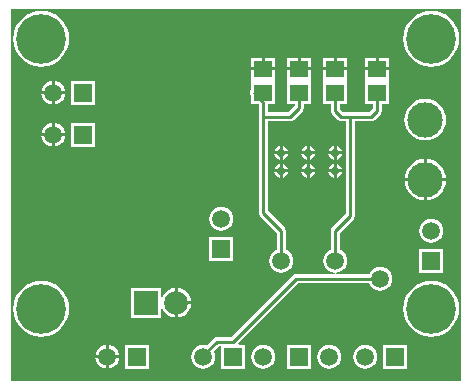
<source format=gbl>
%FSLAX44Y44*%
%MOMM*%
G71*
G01*
G75*
G04 Layer_Physical_Order=2*
G04 Layer_Color=16711680*
%ADD10R,1.5000X1.4000*%
%ADD11O,0.3500X2.0000*%
%ADD12R,1.4000X1.5000*%
%ADD13O,2.5000X0.7000*%
%ADD14C,0.2540*%
%ADD15C,0.3810*%
%ADD16C,0.5080*%
%ADD17R,1.5000X1.5000*%
%ADD18C,1.5000*%
%ADD19R,1.5000X1.5000*%
%ADD20C,3.0000*%
%ADD21R,2.0000X2.0000*%
%ADD22C,2.0000*%
%ADD23C,4.2000*%
%ADD24C,0.7000*%
G36*
X889000Y929640D02*
X508000D01*
Y1244600D01*
X889000D01*
Y929640D01*
D02*
G37*
%LPC*%
G36*
X859790Y1117320D02*
Y1101090D01*
X876020D01*
X875806Y1103258D01*
X874803Y1106565D01*
X873175Y1109612D01*
X870983Y1112283D01*
X868312Y1114474D01*
X865265Y1116103D01*
X861958Y1117106D01*
X859790Y1117320D01*
D02*
G37*
G36*
X857250D02*
X855082Y1117106D01*
X851775Y1116103D01*
X848728Y1114474D01*
X846057Y1112283D01*
X843866Y1109612D01*
X842237Y1106565D01*
X841234Y1103258D01*
X841020Y1101090D01*
X857250D01*
Y1117320D01*
D02*
G37*
G36*
X742506Y1106170D02*
X737870D01*
Y1101534D01*
X738957Y1101750D01*
X740955Y1103085D01*
X742290Y1105083D01*
X742506Y1106170D01*
D02*
G37*
G36*
X735330D02*
X730694D01*
X730910Y1105083D01*
X732245Y1103085D01*
X734243Y1101750D01*
X735330Y1101534D01*
Y1106170D01*
D02*
G37*
G36*
X685800Y1076927D02*
X683179Y1076582D01*
X680737Y1075570D01*
X678639Y1073961D01*
X677030Y1071863D01*
X676018Y1069421D01*
X675673Y1066800D01*
X676018Y1064179D01*
X677030Y1061737D01*
X678639Y1059639D01*
X680737Y1058030D01*
X683179Y1057018D01*
X685800Y1056673D01*
X688421Y1057018D01*
X690863Y1058030D01*
X692961Y1059639D01*
X694570Y1061737D01*
X695582Y1064179D01*
X695927Y1066800D01*
X695582Y1069421D01*
X694570Y1071863D01*
X692961Y1073961D01*
X690863Y1075570D01*
X688421Y1076582D01*
X685800Y1076927D01*
D02*
G37*
G36*
X863600Y1066767D02*
X860979Y1066422D01*
X858537Y1065410D01*
X856439Y1063801D01*
X854830Y1061703D01*
X853818Y1059261D01*
X853473Y1056640D01*
X853818Y1054019D01*
X854830Y1051577D01*
X856439Y1049479D01*
X858537Y1047870D01*
X860979Y1046858D01*
X863600Y1046513D01*
X866221Y1046858D01*
X868663Y1047870D01*
X870761Y1049479D01*
X872370Y1051577D01*
X873382Y1054019D01*
X873727Y1056640D01*
X873382Y1059261D01*
X872370Y1061703D01*
X870761Y1063801D01*
X868663Y1065410D01*
X866221Y1066422D01*
X863600Y1066767D01*
D02*
G37*
G36*
X876020Y1098550D02*
X859790D01*
Y1082320D01*
X861958Y1082534D01*
X865265Y1083537D01*
X868312Y1085165D01*
X870983Y1087357D01*
X873175Y1090028D01*
X874803Y1093075D01*
X875806Y1096382D01*
X876020Y1098550D01*
D02*
G37*
G36*
X857250D02*
X841020D01*
X841234Y1096382D01*
X842237Y1093075D01*
X843866Y1090028D01*
X846057Y1087357D01*
X848728Y1085165D01*
X851775Y1083537D01*
X855082Y1082534D01*
X857250Y1082320D01*
Y1098550D01*
D02*
G37*
G36*
X758190Y1106170D02*
X753554D01*
X753771Y1105083D01*
X755105Y1103085D01*
X757103Y1101750D01*
X758190Y1101534D01*
Y1106170D01*
D02*
G37*
G36*
Y1113346D02*
X757103Y1113130D01*
X755105Y1111795D01*
X753771Y1109797D01*
X753554Y1108710D01*
X758190D01*
Y1113346D01*
D02*
G37*
G36*
X737870D02*
Y1108710D01*
X742506D01*
X742290Y1109797D01*
X740955Y1111795D01*
X738957Y1113130D01*
X737870Y1113346D01*
D02*
G37*
G36*
X781050D02*
X779963Y1113130D01*
X777965Y1111795D01*
X776630Y1109797D01*
X776414Y1108710D01*
X781050D01*
Y1113346D01*
D02*
G37*
G36*
X760730D02*
Y1108710D01*
X765366D01*
X765150Y1109797D01*
X763815Y1111795D01*
X761817Y1113130D01*
X760730Y1113346D01*
D02*
G37*
G36*
X781050Y1106170D02*
X776414D01*
X776630Y1105083D01*
X777965Y1103085D01*
X779963Y1101750D01*
X781050Y1101534D01*
Y1106170D01*
D02*
G37*
G36*
X765366D02*
X760730D01*
Y1101534D01*
X761817Y1101750D01*
X763815Y1103085D01*
X765150Y1105083D01*
X765366Y1106170D01*
D02*
G37*
G36*
X735330Y1113346D02*
X734243Y1113130D01*
X732245Y1111795D01*
X730910Y1109797D01*
X730694Y1108710D01*
X735330D01*
Y1113346D01*
D02*
G37*
G36*
X788226Y1106170D02*
X783590D01*
Y1101534D01*
X784677Y1101750D01*
X786675Y1103085D01*
X788009Y1105083D01*
X788226Y1106170D01*
D02*
G37*
G36*
X843160Y960000D02*
X823080D01*
Y939920D01*
X843160D01*
Y960000D01*
D02*
G37*
G36*
X761880D02*
X741800D01*
Y939920D01*
X761880D01*
Y960000D01*
D02*
G37*
G36*
X599239Y948690D02*
X590550D01*
Y940001D01*
X591901Y940178D01*
X594343Y941190D01*
X596441Y942799D01*
X598050Y944897D01*
X599062Y947339D01*
X599239Y948690D01*
D02*
G37*
G36*
X588010D02*
X579321D01*
X579498Y947339D01*
X580510Y944897D01*
X582119Y942799D01*
X584217Y941190D01*
X586659Y940178D01*
X588010Y940001D01*
Y948690D01*
D02*
G37*
G36*
X777240Y960087D02*
X774619Y959742D01*
X772177Y958730D01*
X770079Y957121D01*
X768470Y955023D01*
X767458Y952581D01*
X767113Y949960D01*
X767458Y947339D01*
X768470Y944897D01*
X770079Y942799D01*
X772177Y941190D01*
X774619Y940178D01*
X777240Y939833D01*
X779861Y940178D01*
X782303Y941190D01*
X784401Y942799D01*
X786010Y944897D01*
X787022Y947339D01*
X787367Y949960D01*
X787022Y952581D01*
X786010Y955023D01*
X784401Y957121D01*
X782303Y958730D01*
X779861Y959742D01*
X777240Y960087D01*
D02*
G37*
G36*
X721360D02*
X718739Y959742D01*
X716297Y958730D01*
X714199Y957121D01*
X712590Y955023D01*
X711578Y952581D01*
X711233Y949960D01*
X711578Y947339D01*
X712590Y944897D01*
X714199Y942799D01*
X716297Y941190D01*
X718739Y940178D01*
X721360Y939833D01*
X723981Y940178D01*
X726423Y941190D01*
X728521Y942799D01*
X730130Y944897D01*
X731142Y947339D01*
X731487Y949960D01*
X731142Y952581D01*
X730130Y955023D01*
X728521Y957121D01*
X726423Y958730D01*
X723981Y959742D01*
X721360Y960087D01*
D02*
G37*
G36*
X624720Y960000D02*
X604640D01*
Y939920D01*
X624720D01*
Y960000D01*
D02*
G37*
G36*
X807720Y960087D02*
X805099Y959742D01*
X802657Y958730D01*
X800559Y957121D01*
X798950Y955023D01*
X797938Y952581D01*
X797593Y949960D01*
X797938Y947339D01*
X798950Y944897D01*
X800559Y942799D01*
X802657Y941190D01*
X805099Y940178D01*
X807720Y939833D01*
X810341Y940178D01*
X812783Y941190D01*
X814881Y942799D01*
X816490Y944897D01*
X817502Y947339D01*
X817847Y949960D01*
X817502Y952581D01*
X816490Y955023D01*
X814881Y957121D01*
X812783Y958730D01*
X810341Y959742D01*
X807720Y960087D01*
D02*
G37*
G36*
X588010Y959919D02*
X586659Y959742D01*
X584217Y958730D01*
X582119Y957121D01*
X580510Y955023D01*
X579498Y952581D01*
X579321Y951230D01*
X588010D01*
Y959919D01*
D02*
G37*
G36*
X648970Y1008161D02*
Y996950D01*
X660181D01*
X659917Y998954D01*
X658654Y1002004D01*
X656644Y1004624D01*
X654024Y1006634D01*
X650974Y1007897D01*
X648970Y1008161D01*
D02*
G37*
G36*
X660181Y994410D02*
X648970D01*
Y983199D01*
X650974Y983463D01*
X654024Y984726D01*
X656644Y986736D01*
X658654Y989356D01*
X659917Y992406D01*
X660181Y994410D01*
D02*
G37*
G36*
X695840Y1051440D02*
X675760D01*
Y1031360D01*
X695840D01*
Y1051440D01*
D02*
G37*
G36*
X873640Y1041280D02*
X853560D01*
Y1021200D01*
X873640D01*
Y1041280D01*
D02*
G37*
G36*
X533400Y1014254D02*
X528785Y1013799D01*
X524348Y1012453D01*
X520259Y1010267D01*
X516674Y1007326D01*
X513732Y1003741D01*
X511547Y999652D01*
X510201Y995215D01*
X509746Y990600D01*
X510201Y985985D01*
X511547Y981548D01*
X513732Y977459D01*
X516674Y973874D01*
X520259Y970932D01*
X524348Y968747D01*
X528785Y967401D01*
X533400Y966946D01*
X538015Y967401D01*
X542452Y968747D01*
X546541Y970932D01*
X550126Y973874D01*
X553068Y977459D01*
X555253Y981548D01*
X556599Y985985D01*
X557054Y990600D01*
X556599Y995215D01*
X555253Y999652D01*
X553068Y1003741D01*
X550126Y1007326D01*
X546541Y1010267D01*
X542452Y1012453D01*
X538015Y1013799D01*
X533400Y1014254D01*
D02*
G37*
G36*
X590550Y959919D02*
Y951230D01*
X599239D01*
X599062Y952581D01*
X598050Y955023D01*
X596441Y957121D01*
X594343Y958730D01*
X591901Y959742D01*
X590550Y959919D01*
D02*
G37*
G36*
X634840Y1008220D02*
X609760D01*
Y983140D01*
X634840D01*
Y990703D01*
X636086Y990951D01*
X636746Y989356D01*
X638756Y986736D01*
X641376Y984726D01*
X644426Y983463D01*
X646430Y983199D01*
Y995680D01*
Y1008161D01*
X644426Y1007897D01*
X641376Y1006634D01*
X638756Y1004624D01*
X636746Y1002004D01*
X636086Y1000409D01*
X634840Y1000657D01*
Y1008220D01*
D02*
G37*
G36*
X863600Y1014254D02*
X858985Y1013799D01*
X854548Y1012453D01*
X850459Y1010267D01*
X846874Y1007326D01*
X843932Y1003741D01*
X841747Y999652D01*
X840401Y995215D01*
X839946Y990600D01*
X840401Y985985D01*
X841747Y981548D01*
X843932Y977459D01*
X846874Y973874D01*
X850459Y970932D01*
X854548Y968747D01*
X858985Y967401D01*
X863600Y966946D01*
X868215Y967401D01*
X872652Y968747D01*
X876741Y970932D01*
X880326Y973874D01*
X883268Y977459D01*
X885453Y981548D01*
X886799Y985985D01*
X887254Y990600D01*
X886799Y995215D01*
X885453Y999652D01*
X883268Y1003741D01*
X880326Y1007326D01*
X876741Y1010267D01*
X872652Y1012453D01*
X868215Y1013799D01*
X863600Y1014254D01*
D02*
G37*
G36*
X783590Y1113346D02*
Y1108710D01*
X788226D01*
X788009Y1109797D01*
X786675Y1111795D01*
X784677Y1113130D01*
X783590Y1113346D01*
D02*
G37*
G36*
X761880Y1192370D02*
X741800D01*
Y1184100D01*
X741800Y1184100D01*
X741800Y1183180D01*
X741800D01*
Y1164100D01*
X747955D01*
Y1162389D01*
X742611Y1157045D01*
X725245D01*
Y1164100D01*
X731400D01*
Y1183180D01*
D01*
Y1183180D01*
X731400Y1183180D01*
Y1184100D01*
X731400D01*
Y1192370D01*
X711320D01*
Y1184100D01*
X711320Y1184100D01*
X711320Y1183180D01*
X711320D01*
Y1176605D01*
X710993Y1176387D01*
X710151Y1175127D01*
X709855Y1173640D01*
X710151Y1172153D01*
X710993Y1170893D01*
X711320Y1170566D01*
Y1164100D01*
X717475D01*
Y1071880D01*
X717475Y1071880D01*
X717475D01*
X717771Y1070393D01*
X718613Y1069133D01*
X732715Y1055031D01*
Y1040498D01*
X731537Y1040010D01*
X729439Y1038401D01*
X727830Y1036303D01*
X726818Y1033861D01*
X726473Y1031240D01*
X726818Y1028619D01*
X727830Y1026177D01*
X729439Y1024079D01*
X731537Y1022470D01*
X733979Y1021458D01*
X736600Y1021113D01*
X739221Y1021458D01*
X741663Y1022470D01*
X743761Y1024079D01*
X745370Y1026177D01*
X746382Y1028619D01*
X746727Y1031240D01*
X746382Y1033861D01*
X745370Y1036303D01*
X743761Y1038401D01*
X741663Y1040010D01*
X740485Y1040498D01*
Y1056640D01*
X740189Y1058127D01*
X739347Y1059387D01*
X725245Y1073489D01*
Y1149275D01*
X744220D01*
X745707Y1149571D01*
X746967Y1150413D01*
X746967Y1150413D01*
X746967Y1150413D01*
X754587Y1158033D01*
X755429Y1159293D01*
X755725Y1160780D01*
X755725Y1160780D01*
X755725Y1160780D01*
Y1160780D01*
Y1164100D01*
X761880D01*
Y1183180D01*
D01*
Y1183180D01*
X761880Y1183180D01*
Y1184100D01*
X761880D01*
Y1192370D01*
D02*
G37*
G36*
X544830Y1183439D02*
Y1174750D01*
X553519D01*
X553342Y1176101D01*
X552330Y1178543D01*
X550721Y1180641D01*
X548623Y1182250D01*
X546181Y1183262D01*
X544830Y1183439D01*
D02*
G37*
G36*
X720090Y1203180D02*
X711320D01*
Y1194910D01*
X720090D01*
Y1203180D01*
D02*
G37*
G36*
X827920Y1192370D02*
X807840D01*
Y1184100D01*
X807840Y1184100D01*
X807840Y1183180D01*
X807840D01*
Y1164100D01*
X813995D01*
Y1159849D01*
X811191Y1157045D01*
X789009D01*
X786205Y1159849D01*
Y1164100D01*
X792360D01*
Y1183180D01*
D01*
Y1183180D01*
X792360Y1183180D01*
Y1184100D01*
X792360D01*
Y1192370D01*
X772280D01*
Y1184100D01*
X772280Y1184100D01*
X772280Y1183180D01*
X772280D01*
Y1164100D01*
X778435D01*
Y1158240D01*
X778435Y1158240D01*
X778435D01*
X778731Y1156753D01*
X779573Y1155493D01*
X784653Y1150413D01*
X785913Y1149571D01*
X787400Y1149275D01*
X791135D01*
Y1070949D01*
X779573Y1059387D01*
X778731Y1058127D01*
X778435Y1056640D01*
Y1040498D01*
X777257Y1040010D01*
X775159Y1038401D01*
X773550Y1036303D01*
X772538Y1033861D01*
X772193Y1031240D01*
X772538Y1028619D01*
X773550Y1026177D01*
X775159Y1024079D01*
X777257Y1022470D01*
X779699Y1021458D01*
X782027Y1021152D01*
Y1021152D01*
D01*
X781944Y1019885D01*
X749300D01*
X748060Y1019638D01*
X747813Y1019589D01*
X746553Y1018747D01*
X694351Y966545D01*
X681990D01*
X680503Y966249D01*
X679243Y965407D01*
X673462Y959625D01*
X673181Y959742D01*
X670560Y960087D01*
X667939Y959742D01*
X665497Y958730D01*
X663399Y957121D01*
X661790Y955023D01*
X660778Y952581D01*
X660433Y949960D01*
X660778Y947339D01*
X661790Y944897D01*
X663399Y942799D01*
X665497Y941190D01*
X667939Y940178D01*
X670560Y939833D01*
X673181Y940178D01*
X675623Y941190D01*
X677721Y942799D01*
X679330Y944897D01*
X680342Y947339D01*
X680687Y949960D01*
X680342Y952581D01*
X679481Y954658D01*
X683599Y958775D01*
X685920D01*
Y939920D01*
X706000D01*
Y960000D01*
X700453D01*
X699967Y961173D01*
X750909Y1012115D01*
X811162D01*
X811650Y1010937D01*
X813259Y1008839D01*
X815357Y1007230D01*
X817799Y1006218D01*
X820420Y1005873D01*
X823041Y1006218D01*
X825483Y1007230D01*
X827581Y1008839D01*
X829190Y1010937D01*
X830202Y1013379D01*
X830547Y1016000D01*
X830202Y1018621D01*
X829190Y1021063D01*
X827581Y1023161D01*
X825483Y1024770D01*
X823041Y1025782D01*
X820420Y1026127D01*
X817799Y1025782D01*
X815357Y1024770D01*
X813259Y1023161D01*
X811650Y1021063D01*
X811162Y1019885D01*
X782696D01*
X782613Y1021152D01*
X784941Y1021458D01*
X787383Y1022470D01*
X789481Y1024079D01*
X791090Y1026177D01*
X792102Y1028619D01*
X792447Y1031240D01*
X792102Y1033861D01*
X791090Y1036303D01*
X789481Y1038401D01*
X787383Y1040010D01*
X786205Y1040498D01*
Y1055031D01*
X797767Y1066593D01*
X798609Y1067853D01*
X798905Y1069340D01*
X798905Y1069340D01*
X798905Y1069340D01*
Y1069340D01*
Y1149275D01*
X812800D01*
X814287Y1149571D01*
X815547Y1150413D01*
X815547Y1150413D01*
X815547Y1150413D01*
X820627Y1155493D01*
X821469Y1156753D01*
X821765Y1158240D01*
X821765Y1158240D01*
X821765Y1158240D01*
Y1158240D01*
Y1164100D01*
X827920D01*
Y1183180D01*
D01*
Y1183180D01*
X827920Y1183180D01*
Y1184100D01*
X827920D01*
Y1192370D01*
D02*
G37*
G36*
X542290Y1172210D02*
X533601D01*
X533778Y1170859D01*
X534790Y1168417D01*
X536399Y1166319D01*
X538497Y1164710D01*
X540939Y1163698D01*
X542290Y1163521D01*
Y1172210D01*
D02*
G37*
G36*
X579000Y1183520D02*
X558920D01*
Y1163440D01*
X579000D01*
Y1183520D01*
D02*
G37*
G36*
X542290Y1183439D02*
X540939Y1183262D01*
X538497Y1182250D01*
X536399Y1180641D01*
X534790Y1178543D01*
X533778Y1176101D01*
X533601Y1174750D01*
X542290D01*
Y1183439D01*
D02*
G37*
G36*
X553519Y1172210D02*
X544830D01*
Y1163521D01*
X546181Y1163698D01*
X548623Y1164710D01*
X550721Y1166319D01*
X552330Y1168417D01*
X553342Y1170859D01*
X553519Y1172210D01*
D02*
G37*
G36*
X731400Y1203180D02*
X722630D01*
Y1194910D01*
X731400D01*
Y1203180D01*
D02*
G37*
G36*
X827920D02*
X819150D01*
Y1194910D01*
X827920D01*
Y1203180D01*
D02*
G37*
G36*
X816610D02*
X807840D01*
Y1194910D01*
X816610D01*
Y1203180D01*
D02*
G37*
G36*
X863600Y1242854D02*
X858985Y1242399D01*
X854548Y1241053D01*
X850459Y1238867D01*
X846874Y1235926D01*
X843932Y1232341D01*
X841747Y1228252D01*
X840401Y1223815D01*
X839946Y1219200D01*
X840401Y1214585D01*
X841747Y1210148D01*
X843932Y1206059D01*
X846874Y1202474D01*
X850459Y1199532D01*
X854548Y1197347D01*
X858985Y1196001D01*
X863600Y1195546D01*
X868215Y1196001D01*
X872652Y1197347D01*
X876741Y1199532D01*
X880326Y1202474D01*
X883268Y1206059D01*
X885453Y1210148D01*
X886799Y1214585D01*
X887254Y1219200D01*
X886799Y1223815D01*
X885453Y1228252D01*
X883268Y1232341D01*
X880326Y1235926D01*
X876741Y1238867D01*
X872652Y1241053D01*
X868215Y1242399D01*
X863600Y1242854D01*
D02*
G37*
G36*
X533400D02*
X528785Y1242399D01*
X524348Y1241053D01*
X520259Y1238867D01*
X516674Y1235926D01*
X513732Y1232341D01*
X511547Y1228252D01*
X510201Y1223815D01*
X509746Y1219200D01*
X510201Y1214585D01*
X511547Y1210148D01*
X513732Y1206059D01*
X516674Y1202474D01*
X520259Y1199532D01*
X524348Y1197347D01*
X528785Y1196001D01*
X533400Y1195546D01*
X538015Y1196001D01*
X542452Y1197347D01*
X546541Y1199532D01*
X550126Y1202474D01*
X553068Y1206059D01*
X555253Y1210148D01*
X556599Y1214585D01*
X557054Y1219200D01*
X556599Y1223815D01*
X555253Y1228252D01*
X553068Y1232341D01*
X550126Y1235926D01*
X546541Y1238867D01*
X542452Y1241053D01*
X538015Y1242399D01*
X533400Y1242854D01*
D02*
G37*
G36*
X761880Y1203180D02*
X753110D01*
Y1194910D01*
X761880D01*
Y1203180D01*
D02*
G37*
G36*
X750570D02*
X741800D01*
Y1194910D01*
X750570D01*
Y1203180D01*
D02*
G37*
G36*
X792360D02*
X783590D01*
Y1194910D01*
X792360D01*
Y1203180D01*
D02*
G37*
G36*
X781050D02*
X772280D01*
Y1194910D01*
X781050D01*
Y1203180D01*
D02*
G37*
G36*
X544830Y1147879D02*
Y1139190D01*
X553519D01*
X553342Y1140541D01*
X552330Y1142983D01*
X550721Y1145081D01*
X548623Y1146690D01*
X546181Y1147702D01*
X544830Y1147879D01*
D02*
G37*
G36*
X788226Y1121410D02*
X783590D01*
Y1116774D01*
X784677Y1116991D01*
X786675Y1118325D01*
X788009Y1120323D01*
X788226Y1121410D01*
D02*
G37*
G36*
X781050D02*
X776414D01*
X776630Y1120323D01*
X777965Y1118325D01*
X779963Y1116991D01*
X781050Y1116774D01*
Y1121410D01*
D02*
G37*
G36*
X737870Y1128586D02*
Y1123950D01*
X742506D01*
X742290Y1125037D01*
X740955Y1127035D01*
X738957Y1128370D01*
X737870Y1128586D01*
D02*
G37*
G36*
X735330D02*
X734243Y1128370D01*
X732245Y1127035D01*
X730910Y1125037D01*
X730694Y1123950D01*
X735330D01*
Y1128586D01*
D02*
G37*
G36*
X742506Y1121410D02*
X737870D01*
Y1116774D01*
X738957Y1116991D01*
X740955Y1118325D01*
X742290Y1120323D01*
X742506Y1121410D01*
D02*
G37*
G36*
X735330D02*
X730694D01*
X730910Y1120323D01*
X732245Y1118325D01*
X734243Y1116991D01*
X735330Y1116774D01*
Y1121410D01*
D02*
G37*
G36*
X765366D02*
X760730D01*
Y1116774D01*
X761817Y1116991D01*
X763815Y1118325D01*
X765150Y1120323D01*
X765366Y1121410D01*
D02*
G37*
G36*
X758190D02*
X753554D01*
X753771Y1120323D01*
X755105Y1118325D01*
X757103Y1116991D01*
X758190Y1116774D01*
Y1121410D01*
D02*
G37*
G36*
Y1128586D02*
X757103Y1128370D01*
X755105Y1127035D01*
X753771Y1125037D01*
X753554Y1123950D01*
X758190D01*
Y1128586D01*
D02*
G37*
G36*
X553519Y1136650D02*
X544830D01*
Y1127961D01*
X546181Y1128138D01*
X548623Y1129150D01*
X550721Y1130759D01*
X552330Y1132857D01*
X553342Y1135299D01*
X553519Y1136650D01*
D02*
G37*
G36*
X542290D02*
X533601D01*
X533778Y1135299D01*
X534790Y1132857D01*
X536399Y1130759D01*
X538497Y1129150D01*
X540939Y1128138D01*
X542290Y1127961D01*
Y1136650D01*
D02*
G37*
G36*
Y1147879D02*
X540939Y1147702D01*
X538497Y1146690D01*
X536399Y1145081D01*
X534790Y1142983D01*
X533778Y1140541D01*
X533601Y1139190D01*
X542290D01*
Y1147879D01*
D02*
G37*
G36*
X858521Y1168270D02*
X855082Y1167932D01*
X851776Y1166929D01*
X848729Y1165300D01*
X846058Y1163108D01*
X843866Y1160437D01*
X842238Y1157390D01*
X841235Y1154084D01*
X840896Y1150646D01*
X841235Y1147207D01*
X842238Y1143901D01*
X843866Y1140854D01*
X846058Y1138183D01*
X848729Y1135991D01*
X851776Y1134362D01*
X855082Y1133359D01*
X858521Y1133021D01*
X861959Y1133359D01*
X865266Y1134362D01*
X868313Y1135991D01*
X870984Y1138183D01*
X873175Y1140854D01*
X874804Y1143901D01*
X875807Y1147207D01*
X876146Y1150646D01*
X875807Y1154084D01*
X874804Y1157390D01*
X873175Y1160437D01*
X870984Y1163108D01*
X868313Y1165300D01*
X865266Y1166929D01*
X861959Y1167932D01*
X858521Y1168270D01*
D02*
G37*
G36*
X781050Y1128586D02*
X779963Y1128370D01*
X777965Y1127035D01*
X776630Y1125037D01*
X776414Y1123950D01*
X781050D01*
Y1128586D01*
D02*
G37*
G36*
X760730D02*
Y1123950D01*
X765366D01*
X765150Y1125037D01*
X763815Y1127035D01*
X761817Y1128370D01*
X760730Y1128586D01*
D02*
G37*
G36*
X579000Y1147960D02*
X558920D01*
Y1127880D01*
X579000D01*
Y1147960D01*
D02*
G37*
G36*
X783590Y1128586D02*
Y1123950D01*
X788226D01*
X788009Y1125037D01*
X786675Y1127035D01*
X784677Y1128370D01*
X783590Y1128586D01*
D02*
G37*
%LPD*%
D10*
X782320Y1193640D02*
D03*
Y1173640D02*
D03*
X817880Y1193640D02*
D03*
Y1173640D02*
D03*
X721360Y1193640D02*
D03*
Y1173640D02*
D03*
X751840Y1193640D02*
D03*
Y1173640D02*
D03*
D14*
X721360Y1071880D02*
X736600Y1056640D01*
X721360Y1153160D02*
X744220D01*
X751840Y1160780D01*
Y1173640D01*
X713740D02*
X721360Y1166020D01*
Y1071880D02*
Y1166020D01*
X670560Y949960D02*
Y951230D01*
X681990Y962660D01*
X695960D01*
X749300Y1016000D01*
X820420D01*
X787400Y1153160D02*
X795020D01*
Y1069340D02*
Y1153160D01*
X782320Y1056640D02*
X795020Y1069340D01*
X812800Y1153160D02*
X817880Y1158240D01*
X795020Y1153160D02*
X812800D01*
X817880Y1158240D02*
Y1173640D01*
X782320Y1158240D02*
Y1173640D01*
Y1158240D02*
X787400Y1153160D01*
X782320Y1031240D02*
Y1056640D01*
X736600Y1031240D02*
Y1056640D01*
D17*
X685800Y1041400D02*
D03*
X863600Y1031240D02*
D03*
D18*
X685800Y1066800D02*
D03*
X863600Y1056640D02*
D03*
X721360Y949960D02*
D03*
X777240D02*
D03*
X807720D02*
D03*
X589280D02*
D03*
X543560Y1137920D02*
D03*
Y1173480D02*
D03*
X670560Y949960D02*
D03*
X820420Y1016000D02*
D03*
X736600Y1031240D02*
D03*
X782320D02*
D03*
D19*
X695960Y949960D02*
D03*
X751840D02*
D03*
X833120D02*
D03*
X614680D02*
D03*
X568960Y1137920D02*
D03*
Y1173480D02*
D03*
D20*
X858520Y1099820D02*
D03*
X858521Y1150646D02*
D03*
D21*
X622300Y995680D02*
D03*
D22*
X647700D02*
D03*
D23*
X863600Y990600D02*
D03*
X533400D02*
D03*
X863600Y1219200D02*
D03*
X533400D02*
D03*
D24*
X759460Y1122680D02*
D03*
Y1107440D02*
D03*
X782320D02*
D03*
Y1122680D02*
D03*
X736600Y1107440D02*
D03*
Y1122680D02*
D03*
M02*

</source>
